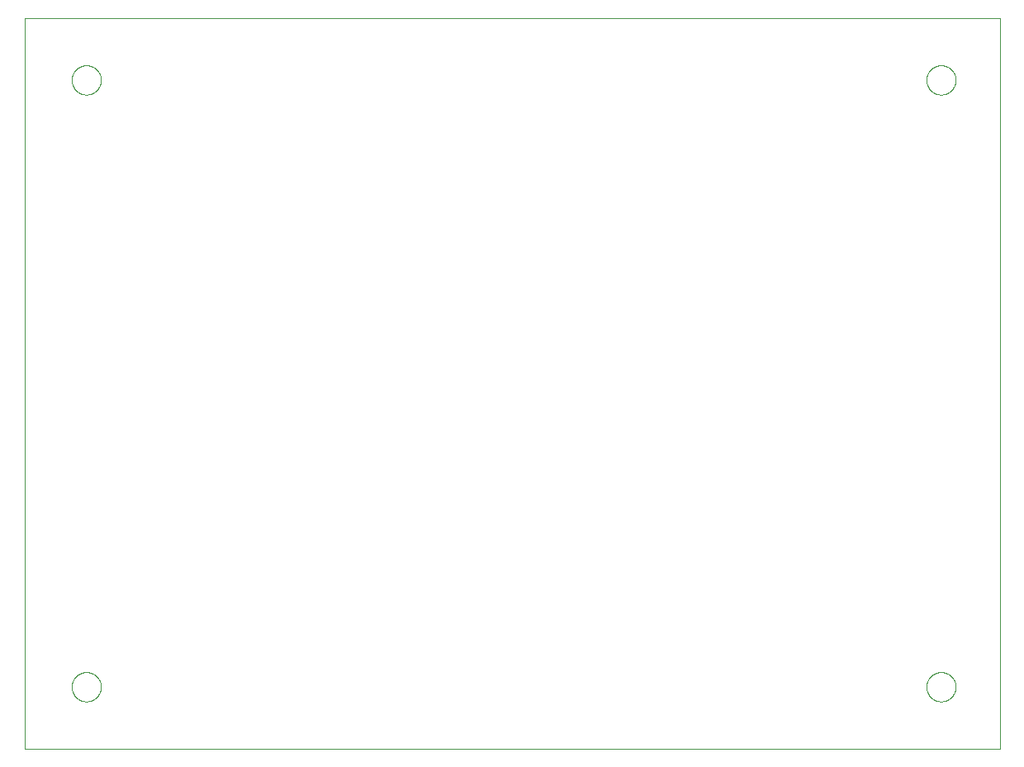
<source format=gbp>
G75*
%MOIN*%
%OFA0B0*%
%FSLAX25Y25*%
%IPPOS*%
%LPD*%
%AMOC8*
5,1,8,0,0,1.08239X$1,22.5*
%
%ADD10C,0.00000*%
D10*
X0001500Y0001500D02*
X0001500Y0296461D01*
X0395201Y0296461D01*
X0395201Y0001500D01*
X0001500Y0001500D01*
X0020594Y0026500D02*
X0020596Y0026653D01*
X0020602Y0026807D01*
X0020612Y0026960D01*
X0020626Y0027112D01*
X0020644Y0027265D01*
X0020666Y0027416D01*
X0020691Y0027567D01*
X0020721Y0027718D01*
X0020755Y0027868D01*
X0020792Y0028016D01*
X0020833Y0028164D01*
X0020878Y0028310D01*
X0020927Y0028456D01*
X0020980Y0028600D01*
X0021036Y0028742D01*
X0021096Y0028883D01*
X0021160Y0029023D01*
X0021227Y0029161D01*
X0021298Y0029297D01*
X0021373Y0029431D01*
X0021450Y0029563D01*
X0021532Y0029693D01*
X0021616Y0029821D01*
X0021704Y0029947D01*
X0021795Y0030070D01*
X0021889Y0030191D01*
X0021987Y0030309D01*
X0022087Y0030425D01*
X0022191Y0030538D01*
X0022297Y0030649D01*
X0022406Y0030757D01*
X0022518Y0030862D01*
X0022632Y0030963D01*
X0022750Y0031062D01*
X0022869Y0031158D01*
X0022991Y0031251D01*
X0023116Y0031340D01*
X0023243Y0031427D01*
X0023372Y0031509D01*
X0023503Y0031589D01*
X0023636Y0031665D01*
X0023771Y0031738D01*
X0023908Y0031807D01*
X0024047Y0031872D01*
X0024187Y0031934D01*
X0024329Y0031992D01*
X0024472Y0032047D01*
X0024617Y0032098D01*
X0024763Y0032145D01*
X0024910Y0032188D01*
X0025058Y0032227D01*
X0025207Y0032263D01*
X0025357Y0032294D01*
X0025508Y0032322D01*
X0025659Y0032346D01*
X0025812Y0032366D01*
X0025964Y0032382D01*
X0026117Y0032394D01*
X0026270Y0032402D01*
X0026423Y0032406D01*
X0026577Y0032406D01*
X0026730Y0032402D01*
X0026883Y0032394D01*
X0027036Y0032382D01*
X0027188Y0032366D01*
X0027341Y0032346D01*
X0027492Y0032322D01*
X0027643Y0032294D01*
X0027793Y0032263D01*
X0027942Y0032227D01*
X0028090Y0032188D01*
X0028237Y0032145D01*
X0028383Y0032098D01*
X0028528Y0032047D01*
X0028671Y0031992D01*
X0028813Y0031934D01*
X0028953Y0031872D01*
X0029092Y0031807D01*
X0029229Y0031738D01*
X0029364Y0031665D01*
X0029497Y0031589D01*
X0029628Y0031509D01*
X0029757Y0031427D01*
X0029884Y0031340D01*
X0030009Y0031251D01*
X0030131Y0031158D01*
X0030250Y0031062D01*
X0030368Y0030963D01*
X0030482Y0030862D01*
X0030594Y0030757D01*
X0030703Y0030649D01*
X0030809Y0030538D01*
X0030913Y0030425D01*
X0031013Y0030309D01*
X0031111Y0030191D01*
X0031205Y0030070D01*
X0031296Y0029947D01*
X0031384Y0029821D01*
X0031468Y0029693D01*
X0031550Y0029563D01*
X0031627Y0029431D01*
X0031702Y0029297D01*
X0031773Y0029161D01*
X0031840Y0029023D01*
X0031904Y0028883D01*
X0031964Y0028742D01*
X0032020Y0028600D01*
X0032073Y0028456D01*
X0032122Y0028310D01*
X0032167Y0028164D01*
X0032208Y0028016D01*
X0032245Y0027868D01*
X0032279Y0027718D01*
X0032309Y0027567D01*
X0032334Y0027416D01*
X0032356Y0027265D01*
X0032374Y0027112D01*
X0032388Y0026960D01*
X0032398Y0026807D01*
X0032404Y0026653D01*
X0032406Y0026500D01*
X0032404Y0026347D01*
X0032398Y0026193D01*
X0032388Y0026040D01*
X0032374Y0025888D01*
X0032356Y0025735D01*
X0032334Y0025584D01*
X0032309Y0025433D01*
X0032279Y0025282D01*
X0032245Y0025132D01*
X0032208Y0024984D01*
X0032167Y0024836D01*
X0032122Y0024690D01*
X0032073Y0024544D01*
X0032020Y0024400D01*
X0031964Y0024258D01*
X0031904Y0024117D01*
X0031840Y0023977D01*
X0031773Y0023839D01*
X0031702Y0023703D01*
X0031627Y0023569D01*
X0031550Y0023437D01*
X0031468Y0023307D01*
X0031384Y0023179D01*
X0031296Y0023053D01*
X0031205Y0022930D01*
X0031111Y0022809D01*
X0031013Y0022691D01*
X0030913Y0022575D01*
X0030809Y0022462D01*
X0030703Y0022351D01*
X0030594Y0022243D01*
X0030482Y0022138D01*
X0030368Y0022037D01*
X0030250Y0021938D01*
X0030131Y0021842D01*
X0030009Y0021749D01*
X0029884Y0021660D01*
X0029757Y0021573D01*
X0029628Y0021491D01*
X0029497Y0021411D01*
X0029364Y0021335D01*
X0029229Y0021262D01*
X0029092Y0021193D01*
X0028953Y0021128D01*
X0028813Y0021066D01*
X0028671Y0021008D01*
X0028528Y0020953D01*
X0028383Y0020902D01*
X0028237Y0020855D01*
X0028090Y0020812D01*
X0027942Y0020773D01*
X0027793Y0020737D01*
X0027643Y0020706D01*
X0027492Y0020678D01*
X0027341Y0020654D01*
X0027188Y0020634D01*
X0027036Y0020618D01*
X0026883Y0020606D01*
X0026730Y0020598D01*
X0026577Y0020594D01*
X0026423Y0020594D01*
X0026270Y0020598D01*
X0026117Y0020606D01*
X0025964Y0020618D01*
X0025812Y0020634D01*
X0025659Y0020654D01*
X0025508Y0020678D01*
X0025357Y0020706D01*
X0025207Y0020737D01*
X0025058Y0020773D01*
X0024910Y0020812D01*
X0024763Y0020855D01*
X0024617Y0020902D01*
X0024472Y0020953D01*
X0024329Y0021008D01*
X0024187Y0021066D01*
X0024047Y0021128D01*
X0023908Y0021193D01*
X0023771Y0021262D01*
X0023636Y0021335D01*
X0023503Y0021411D01*
X0023372Y0021491D01*
X0023243Y0021573D01*
X0023116Y0021660D01*
X0022991Y0021749D01*
X0022869Y0021842D01*
X0022750Y0021938D01*
X0022632Y0022037D01*
X0022518Y0022138D01*
X0022406Y0022243D01*
X0022297Y0022351D01*
X0022191Y0022462D01*
X0022087Y0022575D01*
X0021987Y0022691D01*
X0021889Y0022809D01*
X0021795Y0022930D01*
X0021704Y0023053D01*
X0021616Y0023179D01*
X0021532Y0023307D01*
X0021450Y0023437D01*
X0021373Y0023569D01*
X0021298Y0023703D01*
X0021227Y0023839D01*
X0021160Y0023977D01*
X0021096Y0024117D01*
X0021036Y0024258D01*
X0020980Y0024400D01*
X0020927Y0024544D01*
X0020878Y0024690D01*
X0020833Y0024836D01*
X0020792Y0024984D01*
X0020755Y0025132D01*
X0020721Y0025282D01*
X0020691Y0025433D01*
X0020666Y0025584D01*
X0020644Y0025735D01*
X0020626Y0025888D01*
X0020612Y0026040D01*
X0020602Y0026193D01*
X0020596Y0026347D01*
X0020594Y0026500D01*
X0020594Y0271500D02*
X0020596Y0271653D01*
X0020602Y0271807D01*
X0020612Y0271960D01*
X0020626Y0272112D01*
X0020644Y0272265D01*
X0020666Y0272416D01*
X0020691Y0272567D01*
X0020721Y0272718D01*
X0020755Y0272868D01*
X0020792Y0273016D01*
X0020833Y0273164D01*
X0020878Y0273310D01*
X0020927Y0273456D01*
X0020980Y0273600D01*
X0021036Y0273742D01*
X0021096Y0273883D01*
X0021160Y0274023D01*
X0021227Y0274161D01*
X0021298Y0274297D01*
X0021373Y0274431D01*
X0021450Y0274563D01*
X0021532Y0274693D01*
X0021616Y0274821D01*
X0021704Y0274947D01*
X0021795Y0275070D01*
X0021889Y0275191D01*
X0021987Y0275309D01*
X0022087Y0275425D01*
X0022191Y0275538D01*
X0022297Y0275649D01*
X0022406Y0275757D01*
X0022518Y0275862D01*
X0022632Y0275963D01*
X0022750Y0276062D01*
X0022869Y0276158D01*
X0022991Y0276251D01*
X0023116Y0276340D01*
X0023243Y0276427D01*
X0023372Y0276509D01*
X0023503Y0276589D01*
X0023636Y0276665D01*
X0023771Y0276738D01*
X0023908Y0276807D01*
X0024047Y0276872D01*
X0024187Y0276934D01*
X0024329Y0276992D01*
X0024472Y0277047D01*
X0024617Y0277098D01*
X0024763Y0277145D01*
X0024910Y0277188D01*
X0025058Y0277227D01*
X0025207Y0277263D01*
X0025357Y0277294D01*
X0025508Y0277322D01*
X0025659Y0277346D01*
X0025812Y0277366D01*
X0025964Y0277382D01*
X0026117Y0277394D01*
X0026270Y0277402D01*
X0026423Y0277406D01*
X0026577Y0277406D01*
X0026730Y0277402D01*
X0026883Y0277394D01*
X0027036Y0277382D01*
X0027188Y0277366D01*
X0027341Y0277346D01*
X0027492Y0277322D01*
X0027643Y0277294D01*
X0027793Y0277263D01*
X0027942Y0277227D01*
X0028090Y0277188D01*
X0028237Y0277145D01*
X0028383Y0277098D01*
X0028528Y0277047D01*
X0028671Y0276992D01*
X0028813Y0276934D01*
X0028953Y0276872D01*
X0029092Y0276807D01*
X0029229Y0276738D01*
X0029364Y0276665D01*
X0029497Y0276589D01*
X0029628Y0276509D01*
X0029757Y0276427D01*
X0029884Y0276340D01*
X0030009Y0276251D01*
X0030131Y0276158D01*
X0030250Y0276062D01*
X0030368Y0275963D01*
X0030482Y0275862D01*
X0030594Y0275757D01*
X0030703Y0275649D01*
X0030809Y0275538D01*
X0030913Y0275425D01*
X0031013Y0275309D01*
X0031111Y0275191D01*
X0031205Y0275070D01*
X0031296Y0274947D01*
X0031384Y0274821D01*
X0031468Y0274693D01*
X0031550Y0274563D01*
X0031627Y0274431D01*
X0031702Y0274297D01*
X0031773Y0274161D01*
X0031840Y0274023D01*
X0031904Y0273883D01*
X0031964Y0273742D01*
X0032020Y0273600D01*
X0032073Y0273456D01*
X0032122Y0273310D01*
X0032167Y0273164D01*
X0032208Y0273016D01*
X0032245Y0272868D01*
X0032279Y0272718D01*
X0032309Y0272567D01*
X0032334Y0272416D01*
X0032356Y0272265D01*
X0032374Y0272112D01*
X0032388Y0271960D01*
X0032398Y0271807D01*
X0032404Y0271653D01*
X0032406Y0271500D01*
X0032404Y0271347D01*
X0032398Y0271193D01*
X0032388Y0271040D01*
X0032374Y0270888D01*
X0032356Y0270735D01*
X0032334Y0270584D01*
X0032309Y0270433D01*
X0032279Y0270282D01*
X0032245Y0270132D01*
X0032208Y0269984D01*
X0032167Y0269836D01*
X0032122Y0269690D01*
X0032073Y0269544D01*
X0032020Y0269400D01*
X0031964Y0269258D01*
X0031904Y0269117D01*
X0031840Y0268977D01*
X0031773Y0268839D01*
X0031702Y0268703D01*
X0031627Y0268569D01*
X0031550Y0268437D01*
X0031468Y0268307D01*
X0031384Y0268179D01*
X0031296Y0268053D01*
X0031205Y0267930D01*
X0031111Y0267809D01*
X0031013Y0267691D01*
X0030913Y0267575D01*
X0030809Y0267462D01*
X0030703Y0267351D01*
X0030594Y0267243D01*
X0030482Y0267138D01*
X0030368Y0267037D01*
X0030250Y0266938D01*
X0030131Y0266842D01*
X0030009Y0266749D01*
X0029884Y0266660D01*
X0029757Y0266573D01*
X0029628Y0266491D01*
X0029497Y0266411D01*
X0029364Y0266335D01*
X0029229Y0266262D01*
X0029092Y0266193D01*
X0028953Y0266128D01*
X0028813Y0266066D01*
X0028671Y0266008D01*
X0028528Y0265953D01*
X0028383Y0265902D01*
X0028237Y0265855D01*
X0028090Y0265812D01*
X0027942Y0265773D01*
X0027793Y0265737D01*
X0027643Y0265706D01*
X0027492Y0265678D01*
X0027341Y0265654D01*
X0027188Y0265634D01*
X0027036Y0265618D01*
X0026883Y0265606D01*
X0026730Y0265598D01*
X0026577Y0265594D01*
X0026423Y0265594D01*
X0026270Y0265598D01*
X0026117Y0265606D01*
X0025964Y0265618D01*
X0025812Y0265634D01*
X0025659Y0265654D01*
X0025508Y0265678D01*
X0025357Y0265706D01*
X0025207Y0265737D01*
X0025058Y0265773D01*
X0024910Y0265812D01*
X0024763Y0265855D01*
X0024617Y0265902D01*
X0024472Y0265953D01*
X0024329Y0266008D01*
X0024187Y0266066D01*
X0024047Y0266128D01*
X0023908Y0266193D01*
X0023771Y0266262D01*
X0023636Y0266335D01*
X0023503Y0266411D01*
X0023372Y0266491D01*
X0023243Y0266573D01*
X0023116Y0266660D01*
X0022991Y0266749D01*
X0022869Y0266842D01*
X0022750Y0266938D01*
X0022632Y0267037D01*
X0022518Y0267138D01*
X0022406Y0267243D01*
X0022297Y0267351D01*
X0022191Y0267462D01*
X0022087Y0267575D01*
X0021987Y0267691D01*
X0021889Y0267809D01*
X0021795Y0267930D01*
X0021704Y0268053D01*
X0021616Y0268179D01*
X0021532Y0268307D01*
X0021450Y0268437D01*
X0021373Y0268569D01*
X0021298Y0268703D01*
X0021227Y0268839D01*
X0021160Y0268977D01*
X0021096Y0269117D01*
X0021036Y0269258D01*
X0020980Y0269400D01*
X0020927Y0269544D01*
X0020878Y0269690D01*
X0020833Y0269836D01*
X0020792Y0269984D01*
X0020755Y0270132D01*
X0020721Y0270282D01*
X0020691Y0270433D01*
X0020666Y0270584D01*
X0020644Y0270735D01*
X0020626Y0270888D01*
X0020612Y0271040D01*
X0020602Y0271193D01*
X0020596Y0271347D01*
X0020594Y0271500D01*
X0365594Y0271500D02*
X0365596Y0271653D01*
X0365602Y0271807D01*
X0365612Y0271960D01*
X0365626Y0272112D01*
X0365644Y0272265D01*
X0365666Y0272416D01*
X0365691Y0272567D01*
X0365721Y0272718D01*
X0365755Y0272868D01*
X0365792Y0273016D01*
X0365833Y0273164D01*
X0365878Y0273310D01*
X0365927Y0273456D01*
X0365980Y0273600D01*
X0366036Y0273742D01*
X0366096Y0273883D01*
X0366160Y0274023D01*
X0366227Y0274161D01*
X0366298Y0274297D01*
X0366373Y0274431D01*
X0366450Y0274563D01*
X0366532Y0274693D01*
X0366616Y0274821D01*
X0366704Y0274947D01*
X0366795Y0275070D01*
X0366889Y0275191D01*
X0366987Y0275309D01*
X0367087Y0275425D01*
X0367191Y0275538D01*
X0367297Y0275649D01*
X0367406Y0275757D01*
X0367518Y0275862D01*
X0367632Y0275963D01*
X0367750Y0276062D01*
X0367869Y0276158D01*
X0367991Y0276251D01*
X0368116Y0276340D01*
X0368243Y0276427D01*
X0368372Y0276509D01*
X0368503Y0276589D01*
X0368636Y0276665D01*
X0368771Y0276738D01*
X0368908Y0276807D01*
X0369047Y0276872D01*
X0369187Y0276934D01*
X0369329Y0276992D01*
X0369472Y0277047D01*
X0369617Y0277098D01*
X0369763Y0277145D01*
X0369910Y0277188D01*
X0370058Y0277227D01*
X0370207Y0277263D01*
X0370357Y0277294D01*
X0370508Y0277322D01*
X0370659Y0277346D01*
X0370812Y0277366D01*
X0370964Y0277382D01*
X0371117Y0277394D01*
X0371270Y0277402D01*
X0371423Y0277406D01*
X0371577Y0277406D01*
X0371730Y0277402D01*
X0371883Y0277394D01*
X0372036Y0277382D01*
X0372188Y0277366D01*
X0372341Y0277346D01*
X0372492Y0277322D01*
X0372643Y0277294D01*
X0372793Y0277263D01*
X0372942Y0277227D01*
X0373090Y0277188D01*
X0373237Y0277145D01*
X0373383Y0277098D01*
X0373528Y0277047D01*
X0373671Y0276992D01*
X0373813Y0276934D01*
X0373953Y0276872D01*
X0374092Y0276807D01*
X0374229Y0276738D01*
X0374364Y0276665D01*
X0374497Y0276589D01*
X0374628Y0276509D01*
X0374757Y0276427D01*
X0374884Y0276340D01*
X0375009Y0276251D01*
X0375131Y0276158D01*
X0375250Y0276062D01*
X0375368Y0275963D01*
X0375482Y0275862D01*
X0375594Y0275757D01*
X0375703Y0275649D01*
X0375809Y0275538D01*
X0375913Y0275425D01*
X0376013Y0275309D01*
X0376111Y0275191D01*
X0376205Y0275070D01*
X0376296Y0274947D01*
X0376384Y0274821D01*
X0376468Y0274693D01*
X0376550Y0274563D01*
X0376627Y0274431D01*
X0376702Y0274297D01*
X0376773Y0274161D01*
X0376840Y0274023D01*
X0376904Y0273883D01*
X0376964Y0273742D01*
X0377020Y0273600D01*
X0377073Y0273456D01*
X0377122Y0273310D01*
X0377167Y0273164D01*
X0377208Y0273016D01*
X0377245Y0272868D01*
X0377279Y0272718D01*
X0377309Y0272567D01*
X0377334Y0272416D01*
X0377356Y0272265D01*
X0377374Y0272112D01*
X0377388Y0271960D01*
X0377398Y0271807D01*
X0377404Y0271653D01*
X0377406Y0271500D01*
X0377404Y0271347D01*
X0377398Y0271193D01*
X0377388Y0271040D01*
X0377374Y0270888D01*
X0377356Y0270735D01*
X0377334Y0270584D01*
X0377309Y0270433D01*
X0377279Y0270282D01*
X0377245Y0270132D01*
X0377208Y0269984D01*
X0377167Y0269836D01*
X0377122Y0269690D01*
X0377073Y0269544D01*
X0377020Y0269400D01*
X0376964Y0269258D01*
X0376904Y0269117D01*
X0376840Y0268977D01*
X0376773Y0268839D01*
X0376702Y0268703D01*
X0376627Y0268569D01*
X0376550Y0268437D01*
X0376468Y0268307D01*
X0376384Y0268179D01*
X0376296Y0268053D01*
X0376205Y0267930D01*
X0376111Y0267809D01*
X0376013Y0267691D01*
X0375913Y0267575D01*
X0375809Y0267462D01*
X0375703Y0267351D01*
X0375594Y0267243D01*
X0375482Y0267138D01*
X0375368Y0267037D01*
X0375250Y0266938D01*
X0375131Y0266842D01*
X0375009Y0266749D01*
X0374884Y0266660D01*
X0374757Y0266573D01*
X0374628Y0266491D01*
X0374497Y0266411D01*
X0374364Y0266335D01*
X0374229Y0266262D01*
X0374092Y0266193D01*
X0373953Y0266128D01*
X0373813Y0266066D01*
X0373671Y0266008D01*
X0373528Y0265953D01*
X0373383Y0265902D01*
X0373237Y0265855D01*
X0373090Y0265812D01*
X0372942Y0265773D01*
X0372793Y0265737D01*
X0372643Y0265706D01*
X0372492Y0265678D01*
X0372341Y0265654D01*
X0372188Y0265634D01*
X0372036Y0265618D01*
X0371883Y0265606D01*
X0371730Y0265598D01*
X0371577Y0265594D01*
X0371423Y0265594D01*
X0371270Y0265598D01*
X0371117Y0265606D01*
X0370964Y0265618D01*
X0370812Y0265634D01*
X0370659Y0265654D01*
X0370508Y0265678D01*
X0370357Y0265706D01*
X0370207Y0265737D01*
X0370058Y0265773D01*
X0369910Y0265812D01*
X0369763Y0265855D01*
X0369617Y0265902D01*
X0369472Y0265953D01*
X0369329Y0266008D01*
X0369187Y0266066D01*
X0369047Y0266128D01*
X0368908Y0266193D01*
X0368771Y0266262D01*
X0368636Y0266335D01*
X0368503Y0266411D01*
X0368372Y0266491D01*
X0368243Y0266573D01*
X0368116Y0266660D01*
X0367991Y0266749D01*
X0367869Y0266842D01*
X0367750Y0266938D01*
X0367632Y0267037D01*
X0367518Y0267138D01*
X0367406Y0267243D01*
X0367297Y0267351D01*
X0367191Y0267462D01*
X0367087Y0267575D01*
X0366987Y0267691D01*
X0366889Y0267809D01*
X0366795Y0267930D01*
X0366704Y0268053D01*
X0366616Y0268179D01*
X0366532Y0268307D01*
X0366450Y0268437D01*
X0366373Y0268569D01*
X0366298Y0268703D01*
X0366227Y0268839D01*
X0366160Y0268977D01*
X0366096Y0269117D01*
X0366036Y0269258D01*
X0365980Y0269400D01*
X0365927Y0269544D01*
X0365878Y0269690D01*
X0365833Y0269836D01*
X0365792Y0269984D01*
X0365755Y0270132D01*
X0365721Y0270282D01*
X0365691Y0270433D01*
X0365666Y0270584D01*
X0365644Y0270735D01*
X0365626Y0270888D01*
X0365612Y0271040D01*
X0365602Y0271193D01*
X0365596Y0271347D01*
X0365594Y0271500D01*
X0365594Y0026500D02*
X0365596Y0026653D01*
X0365602Y0026807D01*
X0365612Y0026960D01*
X0365626Y0027112D01*
X0365644Y0027265D01*
X0365666Y0027416D01*
X0365691Y0027567D01*
X0365721Y0027718D01*
X0365755Y0027868D01*
X0365792Y0028016D01*
X0365833Y0028164D01*
X0365878Y0028310D01*
X0365927Y0028456D01*
X0365980Y0028600D01*
X0366036Y0028742D01*
X0366096Y0028883D01*
X0366160Y0029023D01*
X0366227Y0029161D01*
X0366298Y0029297D01*
X0366373Y0029431D01*
X0366450Y0029563D01*
X0366532Y0029693D01*
X0366616Y0029821D01*
X0366704Y0029947D01*
X0366795Y0030070D01*
X0366889Y0030191D01*
X0366987Y0030309D01*
X0367087Y0030425D01*
X0367191Y0030538D01*
X0367297Y0030649D01*
X0367406Y0030757D01*
X0367518Y0030862D01*
X0367632Y0030963D01*
X0367750Y0031062D01*
X0367869Y0031158D01*
X0367991Y0031251D01*
X0368116Y0031340D01*
X0368243Y0031427D01*
X0368372Y0031509D01*
X0368503Y0031589D01*
X0368636Y0031665D01*
X0368771Y0031738D01*
X0368908Y0031807D01*
X0369047Y0031872D01*
X0369187Y0031934D01*
X0369329Y0031992D01*
X0369472Y0032047D01*
X0369617Y0032098D01*
X0369763Y0032145D01*
X0369910Y0032188D01*
X0370058Y0032227D01*
X0370207Y0032263D01*
X0370357Y0032294D01*
X0370508Y0032322D01*
X0370659Y0032346D01*
X0370812Y0032366D01*
X0370964Y0032382D01*
X0371117Y0032394D01*
X0371270Y0032402D01*
X0371423Y0032406D01*
X0371577Y0032406D01*
X0371730Y0032402D01*
X0371883Y0032394D01*
X0372036Y0032382D01*
X0372188Y0032366D01*
X0372341Y0032346D01*
X0372492Y0032322D01*
X0372643Y0032294D01*
X0372793Y0032263D01*
X0372942Y0032227D01*
X0373090Y0032188D01*
X0373237Y0032145D01*
X0373383Y0032098D01*
X0373528Y0032047D01*
X0373671Y0031992D01*
X0373813Y0031934D01*
X0373953Y0031872D01*
X0374092Y0031807D01*
X0374229Y0031738D01*
X0374364Y0031665D01*
X0374497Y0031589D01*
X0374628Y0031509D01*
X0374757Y0031427D01*
X0374884Y0031340D01*
X0375009Y0031251D01*
X0375131Y0031158D01*
X0375250Y0031062D01*
X0375368Y0030963D01*
X0375482Y0030862D01*
X0375594Y0030757D01*
X0375703Y0030649D01*
X0375809Y0030538D01*
X0375913Y0030425D01*
X0376013Y0030309D01*
X0376111Y0030191D01*
X0376205Y0030070D01*
X0376296Y0029947D01*
X0376384Y0029821D01*
X0376468Y0029693D01*
X0376550Y0029563D01*
X0376627Y0029431D01*
X0376702Y0029297D01*
X0376773Y0029161D01*
X0376840Y0029023D01*
X0376904Y0028883D01*
X0376964Y0028742D01*
X0377020Y0028600D01*
X0377073Y0028456D01*
X0377122Y0028310D01*
X0377167Y0028164D01*
X0377208Y0028016D01*
X0377245Y0027868D01*
X0377279Y0027718D01*
X0377309Y0027567D01*
X0377334Y0027416D01*
X0377356Y0027265D01*
X0377374Y0027112D01*
X0377388Y0026960D01*
X0377398Y0026807D01*
X0377404Y0026653D01*
X0377406Y0026500D01*
X0377404Y0026347D01*
X0377398Y0026193D01*
X0377388Y0026040D01*
X0377374Y0025888D01*
X0377356Y0025735D01*
X0377334Y0025584D01*
X0377309Y0025433D01*
X0377279Y0025282D01*
X0377245Y0025132D01*
X0377208Y0024984D01*
X0377167Y0024836D01*
X0377122Y0024690D01*
X0377073Y0024544D01*
X0377020Y0024400D01*
X0376964Y0024258D01*
X0376904Y0024117D01*
X0376840Y0023977D01*
X0376773Y0023839D01*
X0376702Y0023703D01*
X0376627Y0023569D01*
X0376550Y0023437D01*
X0376468Y0023307D01*
X0376384Y0023179D01*
X0376296Y0023053D01*
X0376205Y0022930D01*
X0376111Y0022809D01*
X0376013Y0022691D01*
X0375913Y0022575D01*
X0375809Y0022462D01*
X0375703Y0022351D01*
X0375594Y0022243D01*
X0375482Y0022138D01*
X0375368Y0022037D01*
X0375250Y0021938D01*
X0375131Y0021842D01*
X0375009Y0021749D01*
X0374884Y0021660D01*
X0374757Y0021573D01*
X0374628Y0021491D01*
X0374497Y0021411D01*
X0374364Y0021335D01*
X0374229Y0021262D01*
X0374092Y0021193D01*
X0373953Y0021128D01*
X0373813Y0021066D01*
X0373671Y0021008D01*
X0373528Y0020953D01*
X0373383Y0020902D01*
X0373237Y0020855D01*
X0373090Y0020812D01*
X0372942Y0020773D01*
X0372793Y0020737D01*
X0372643Y0020706D01*
X0372492Y0020678D01*
X0372341Y0020654D01*
X0372188Y0020634D01*
X0372036Y0020618D01*
X0371883Y0020606D01*
X0371730Y0020598D01*
X0371577Y0020594D01*
X0371423Y0020594D01*
X0371270Y0020598D01*
X0371117Y0020606D01*
X0370964Y0020618D01*
X0370812Y0020634D01*
X0370659Y0020654D01*
X0370508Y0020678D01*
X0370357Y0020706D01*
X0370207Y0020737D01*
X0370058Y0020773D01*
X0369910Y0020812D01*
X0369763Y0020855D01*
X0369617Y0020902D01*
X0369472Y0020953D01*
X0369329Y0021008D01*
X0369187Y0021066D01*
X0369047Y0021128D01*
X0368908Y0021193D01*
X0368771Y0021262D01*
X0368636Y0021335D01*
X0368503Y0021411D01*
X0368372Y0021491D01*
X0368243Y0021573D01*
X0368116Y0021660D01*
X0367991Y0021749D01*
X0367869Y0021842D01*
X0367750Y0021938D01*
X0367632Y0022037D01*
X0367518Y0022138D01*
X0367406Y0022243D01*
X0367297Y0022351D01*
X0367191Y0022462D01*
X0367087Y0022575D01*
X0366987Y0022691D01*
X0366889Y0022809D01*
X0366795Y0022930D01*
X0366704Y0023053D01*
X0366616Y0023179D01*
X0366532Y0023307D01*
X0366450Y0023437D01*
X0366373Y0023569D01*
X0366298Y0023703D01*
X0366227Y0023839D01*
X0366160Y0023977D01*
X0366096Y0024117D01*
X0366036Y0024258D01*
X0365980Y0024400D01*
X0365927Y0024544D01*
X0365878Y0024690D01*
X0365833Y0024836D01*
X0365792Y0024984D01*
X0365755Y0025132D01*
X0365721Y0025282D01*
X0365691Y0025433D01*
X0365666Y0025584D01*
X0365644Y0025735D01*
X0365626Y0025888D01*
X0365612Y0026040D01*
X0365602Y0026193D01*
X0365596Y0026347D01*
X0365594Y0026500D01*
M02*

</source>
